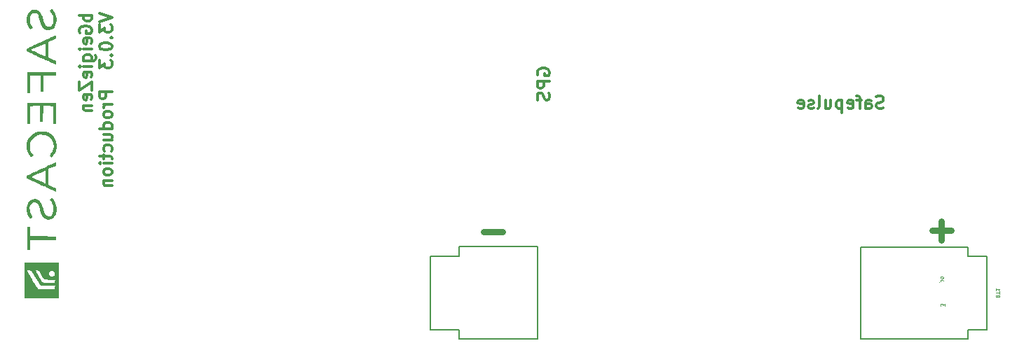
<source format=gbo>
G04 #@! TF.GenerationSoftware,KiCad,Pcbnew,8.0.0~rc2-91e15634fc~176~ubuntu22.04.1*
G04 #@! TF.CreationDate,2024-02-10T07:00:10+09:00*
G04 #@! TF.ProjectId,bGeigieZen V3.x.x production,62476569-6769-4655-9a65-6e2056332e78,V3.0.3*
G04 #@! TF.SameCoordinates,Original*
G04 #@! TF.FileFunction,Legend,Bot*
G04 #@! TF.FilePolarity,Positive*
%FSLAX46Y46*%
G04 Gerber Fmt 4.6, Leading zero omitted, Abs format (unit mm)*
G04 Created by KiCad (PCBNEW 8.0.0~rc2-91e15634fc~176~ubuntu22.04.1) date 2024-02-10 07:00:10*
%MOMM*%
%LPD*%
G01*
G04 APERTURE LIST*
%ADD10C,0.300000*%
%ADD11C,0.050000*%
%ADD12C,0.750000*%
%ADD13C,0.203200*%
%ADD14C,0.000000*%
%ADD15R,1.700000X1.700000*%
%ADD16O,1.700000X1.700000*%
%ADD17C,1.879600*%
%ADD18C,3.203200*%
%ADD19C,5.000000*%
%ADD20R,1.350000X1.350000*%
%ADD21O,1.350000X1.350000*%
%ADD22C,2.743200*%
G04 APERTURE END LIST*
D10*
X197812170Y-94788900D02*
X197597885Y-94860328D01*
X197597885Y-94860328D02*
X197240742Y-94860328D01*
X197240742Y-94860328D02*
X197097885Y-94788900D01*
X197097885Y-94788900D02*
X197026456Y-94717471D01*
X197026456Y-94717471D02*
X196955027Y-94574614D01*
X196955027Y-94574614D02*
X196955027Y-94431757D01*
X196955027Y-94431757D02*
X197026456Y-94288900D01*
X197026456Y-94288900D02*
X197097885Y-94217471D01*
X197097885Y-94217471D02*
X197240742Y-94146042D01*
X197240742Y-94146042D02*
X197526456Y-94074614D01*
X197526456Y-94074614D02*
X197669313Y-94003185D01*
X197669313Y-94003185D02*
X197740742Y-93931757D01*
X197740742Y-93931757D02*
X197812170Y-93788900D01*
X197812170Y-93788900D02*
X197812170Y-93646042D01*
X197812170Y-93646042D02*
X197740742Y-93503185D01*
X197740742Y-93503185D02*
X197669313Y-93431757D01*
X197669313Y-93431757D02*
X197526456Y-93360328D01*
X197526456Y-93360328D02*
X197169313Y-93360328D01*
X197169313Y-93360328D02*
X196955027Y-93431757D01*
X195669314Y-94860328D02*
X195669314Y-94074614D01*
X195669314Y-94074614D02*
X195740742Y-93931757D01*
X195740742Y-93931757D02*
X195883599Y-93860328D01*
X195883599Y-93860328D02*
X196169314Y-93860328D01*
X196169314Y-93860328D02*
X196312171Y-93931757D01*
X195669314Y-94788900D02*
X195812171Y-94860328D01*
X195812171Y-94860328D02*
X196169314Y-94860328D01*
X196169314Y-94860328D02*
X196312171Y-94788900D01*
X196312171Y-94788900D02*
X196383599Y-94646042D01*
X196383599Y-94646042D02*
X196383599Y-94503185D01*
X196383599Y-94503185D02*
X196312171Y-94360328D01*
X196312171Y-94360328D02*
X196169314Y-94288900D01*
X196169314Y-94288900D02*
X195812171Y-94288900D01*
X195812171Y-94288900D02*
X195669314Y-94217471D01*
X195169313Y-93860328D02*
X194597885Y-93860328D01*
X194955028Y-94860328D02*
X194955028Y-93574614D01*
X194955028Y-93574614D02*
X194883599Y-93431757D01*
X194883599Y-93431757D02*
X194740742Y-93360328D01*
X194740742Y-93360328D02*
X194597885Y-93360328D01*
X193526456Y-94788900D02*
X193669313Y-94860328D01*
X193669313Y-94860328D02*
X193955028Y-94860328D01*
X193955028Y-94860328D02*
X194097885Y-94788900D01*
X194097885Y-94788900D02*
X194169313Y-94646042D01*
X194169313Y-94646042D02*
X194169313Y-94074614D01*
X194169313Y-94074614D02*
X194097885Y-93931757D01*
X194097885Y-93931757D02*
X193955028Y-93860328D01*
X193955028Y-93860328D02*
X193669313Y-93860328D01*
X193669313Y-93860328D02*
X193526456Y-93931757D01*
X193526456Y-93931757D02*
X193455028Y-94074614D01*
X193455028Y-94074614D02*
X193455028Y-94217471D01*
X193455028Y-94217471D02*
X194169313Y-94360328D01*
X192812171Y-93860328D02*
X192812171Y-95360328D01*
X192812171Y-93931757D02*
X192669314Y-93860328D01*
X192669314Y-93860328D02*
X192383599Y-93860328D01*
X192383599Y-93860328D02*
X192240742Y-93931757D01*
X192240742Y-93931757D02*
X192169314Y-94003185D01*
X192169314Y-94003185D02*
X192097885Y-94146042D01*
X192097885Y-94146042D02*
X192097885Y-94574614D01*
X192097885Y-94574614D02*
X192169314Y-94717471D01*
X192169314Y-94717471D02*
X192240742Y-94788900D01*
X192240742Y-94788900D02*
X192383599Y-94860328D01*
X192383599Y-94860328D02*
X192669314Y-94860328D01*
X192669314Y-94860328D02*
X192812171Y-94788900D01*
X190812171Y-93860328D02*
X190812171Y-94860328D01*
X191455028Y-93860328D02*
X191455028Y-94646042D01*
X191455028Y-94646042D02*
X191383599Y-94788900D01*
X191383599Y-94788900D02*
X191240742Y-94860328D01*
X191240742Y-94860328D02*
X191026456Y-94860328D01*
X191026456Y-94860328D02*
X190883599Y-94788900D01*
X190883599Y-94788900D02*
X190812171Y-94717471D01*
X189883599Y-94860328D02*
X190026456Y-94788900D01*
X190026456Y-94788900D02*
X190097885Y-94646042D01*
X190097885Y-94646042D02*
X190097885Y-93360328D01*
X189383599Y-94788900D02*
X189240742Y-94860328D01*
X189240742Y-94860328D02*
X188955028Y-94860328D01*
X188955028Y-94860328D02*
X188812171Y-94788900D01*
X188812171Y-94788900D02*
X188740742Y-94646042D01*
X188740742Y-94646042D02*
X188740742Y-94574614D01*
X188740742Y-94574614D02*
X188812171Y-94431757D01*
X188812171Y-94431757D02*
X188955028Y-94360328D01*
X188955028Y-94360328D02*
X189169314Y-94360328D01*
X189169314Y-94360328D02*
X189312171Y-94288900D01*
X189312171Y-94288900D02*
X189383599Y-94146042D01*
X189383599Y-94146042D02*
X189383599Y-94074614D01*
X189383599Y-94074614D02*
X189312171Y-93931757D01*
X189312171Y-93931757D02*
X189169314Y-93860328D01*
X189169314Y-93860328D02*
X188955028Y-93860328D01*
X188955028Y-93860328D02*
X188812171Y-93931757D01*
X187526456Y-94788900D02*
X187669313Y-94860328D01*
X187669313Y-94860328D02*
X187955028Y-94860328D01*
X187955028Y-94860328D02*
X188097885Y-94788900D01*
X188097885Y-94788900D02*
X188169313Y-94646042D01*
X188169313Y-94646042D02*
X188169313Y-94074614D01*
X188169313Y-94074614D02*
X188097885Y-93931757D01*
X188097885Y-93931757D02*
X187955028Y-93860328D01*
X187955028Y-93860328D02*
X187669313Y-93860328D01*
X187669313Y-93860328D02*
X187526456Y-93931757D01*
X187526456Y-93931757D02*
X187455028Y-94074614D01*
X187455028Y-94074614D02*
X187455028Y-94217471D01*
X187455028Y-94217471D02*
X188169313Y-94360328D01*
X156069357Y-90824572D02*
X155997928Y-90681715D01*
X155997928Y-90681715D02*
X155997928Y-90467429D01*
X155997928Y-90467429D02*
X156069357Y-90253143D01*
X156069357Y-90253143D02*
X156212214Y-90110286D01*
X156212214Y-90110286D02*
X156355071Y-90038857D01*
X156355071Y-90038857D02*
X156640785Y-89967429D01*
X156640785Y-89967429D02*
X156855071Y-89967429D01*
X156855071Y-89967429D02*
X157140785Y-90038857D01*
X157140785Y-90038857D02*
X157283642Y-90110286D01*
X157283642Y-90110286D02*
X157426500Y-90253143D01*
X157426500Y-90253143D02*
X157497928Y-90467429D01*
X157497928Y-90467429D02*
X157497928Y-90610286D01*
X157497928Y-90610286D02*
X157426500Y-90824572D01*
X157426500Y-90824572D02*
X157355071Y-90896000D01*
X157355071Y-90896000D02*
X156855071Y-90896000D01*
X156855071Y-90896000D02*
X156855071Y-90610286D01*
X157497928Y-91538857D02*
X155997928Y-91538857D01*
X155997928Y-91538857D02*
X155997928Y-92110286D01*
X155997928Y-92110286D02*
X156069357Y-92253143D01*
X156069357Y-92253143D02*
X156140785Y-92324572D01*
X156140785Y-92324572D02*
X156283642Y-92396000D01*
X156283642Y-92396000D02*
X156497928Y-92396000D01*
X156497928Y-92396000D02*
X156640785Y-92324572D01*
X156640785Y-92324572D02*
X156712214Y-92253143D01*
X156712214Y-92253143D02*
X156783642Y-92110286D01*
X156783642Y-92110286D02*
X156783642Y-91538857D01*
X157426500Y-92967429D02*
X157497928Y-93181715D01*
X157497928Y-93181715D02*
X157497928Y-93538857D01*
X157497928Y-93538857D02*
X157426500Y-93681715D01*
X157426500Y-93681715D02*
X157355071Y-93753143D01*
X157355071Y-93753143D02*
X157212214Y-93824572D01*
X157212214Y-93824572D02*
X157069357Y-93824572D01*
X157069357Y-93824572D02*
X156926500Y-93753143D01*
X156926500Y-93753143D02*
X156855071Y-93681715D01*
X156855071Y-93681715D02*
X156783642Y-93538857D01*
X156783642Y-93538857D02*
X156712214Y-93253143D01*
X156712214Y-93253143D02*
X156640785Y-93110286D01*
X156640785Y-93110286D02*
X156569357Y-93038857D01*
X156569357Y-93038857D02*
X156426500Y-92967429D01*
X156426500Y-92967429D02*
X156283642Y-92967429D01*
X156283642Y-92967429D02*
X156140785Y-93038857D01*
X156140785Y-93038857D02*
X156069357Y-93110286D01*
X156069357Y-93110286D02*
X155997928Y-93253143D01*
X155997928Y-93253143D02*
X155997928Y-93610286D01*
X155997928Y-93610286D02*
X156069357Y-93824572D01*
X102188470Y-83560510D02*
X100688470Y-83560510D01*
X101259899Y-83560510D02*
X101188470Y-83703368D01*
X101188470Y-83703368D02*
X101188470Y-83989082D01*
X101188470Y-83989082D02*
X101259899Y-84131939D01*
X101259899Y-84131939D02*
X101331327Y-84203368D01*
X101331327Y-84203368D02*
X101474184Y-84274796D01*
X101474184Y-84274796D02*
X101902756Y-84274796D01*
X101902756Y-84274796D02*
X102045613Y-84203368D01*
X102045613Y-84203368D02*
X102117042Y-84131939D01*
X102117042Y-84131939D02*
X102188470Y-83989082D01*
X102188470Y-83989082D02*
X102188470Y-83703368D01*
X102188470Y-83703368D02*
X102117042Y-83560510D01*
X100759899Y-85703368D02*
X100688470Y-85560511D01*
X100688470Y-85560511D02*
X100688470Y-85346225D01*
X100688470Y-85346225D02*
X100759899Y-85131939D01*
X100759899Y-85131939D02*
X100902756Y-84989082D01*
X100902756Y-84989082D02*
X101045613Y-84917653D01*
X101045613Y-84917653D02*
X101331327Y-84846225D01*
X101331327Y-84846225D02*
X101545613Y-84846225D01*
X101545613Y-84846225D02*
X101831327Y-84917653D01*
X101831327Y-84917653D02*
X101974184Y-84989082D01*
X101974184Y-84989082D02*
X102117042Y-85131939D01*
X102117042Y-85131939D02*
X102188470Y-85346225D01*
X102188470Y-85346225D02*
X102188470Y-85489082D01*
X102188470Y-85489082D02*
X102117042Y-85703368D01*
X102117042Y-85703368D02*
X102045613Y-85774796D01*
X102045613Y-85774796D02*
X101545613Y-85774796D01*
X101545613Y-85774796D02*
X101545613Y-85489082D01*
X102117042Y-86989082D02*
X102188470Y-86846225D01*
X102188470Y-86846225D02*
X102188470Y-86560511D01*
X102188470Y-86560511D02*
X102117042Y-86417653D01*
X102117042Y-86417653D02*
X101974184Y-86346225D01*
X101974184Y-86346225D02*
X101402756Y-86346225D01*
X101402756Y-86346225D02*
X101259899Y-86417653D01*
X101259899Y-86417653D02*
X101188470Y-86560511D01*
X101188470Y-86560511D02*
X101188470Y-86846225D01*
X101188470Y-86846225D02*
X101259899Y-86989082D01*
X101259899Y-86989082D02*
X101402756Y-87060511D01*
X101402756Y-87060511D02*
X101545613Y-87060511D01*
X101545613Y-87060511D02*
X101688470Y-86346225D01*
X102188470Y-87703367D02*
X101188470Y-87703367D01*
X100688470Y-87703367D02*
X100759899Y-87631939D01*
X100759899Y-87631939D02*
X100831327Y-87703367D01*
X100831327Y-87703367D02*
X100759899Y-87774796D01*
X100759899Y-87774796D02*
X100688470Y-87703367D01*
X100688470Y-87703367D02*
X100831327Y-87703367D01*
X101188470Y-89060511D02*
X102402756Y-89060511D01*
X102402756Y-89060511D02*
X102545613Y-88989082D01*
X102545613Y-88989082D02*
X102617042Y-88917653D01*
X102617042Y-88917653D02*
X102688470Y-88774796D01*
X102688470Y-88774796D02*
X102688470Y-88560511D01*
X102688470Y-88560511D02*
X102617042Y-88417653D01*
X102117042Y-89060511D02*
X102188470Y-88917653D01*
X102188470Y-88917653D02*
X102188470Y-88631939D01*
X102188470Y-88631939D02*
X102117042Y-88489082D01*
X102117042Y-88489082D02*
X102045613Y-88417653D01*
X102045613Y-88417653D02*
X101902756Y-88346225D01*
X101902756Y-88346225D02*
X101474184Y-88346225D01*
X101474184Y-88346225D02*
X101331327Y-88417653D01*
X101331327Y-88417653D02*
X101259899Y-88489082D01*
X101259899Y-88489082D02*
X101188470Y-88631939D01*
X101188470Y-88631939D02*
X101188470Y-88917653D01*
X101188470Y-88917653D02*
X101259899Y-89060511D01*
X102188470Y-89774796D02*
X101188470Y-89774796D01*
X100688470Y-89774796D02*
X100759899Y-89703368D01*
X100759899Y-89703368D02*
X100831327Y-89774796D01*
X100831327Y-89774796D02*
X100759899Y-89846225D01*
X100759899Y-89846225D02*
X100688470Y-89774796D01*
X100688470Y-89774796D02*
X100831327Y-89774796D01*
X102117042Y-91060511D02*
X102188470Y-90917654D01*
X102188470Y-90917654D02*
X102188470Y-90631940D01*
X102188470Y-90631940D02*
X102117042Y-90489082D01*
X102117042Y-90489082D02*
X101974184Y-90417654D01*
X101974184Y-90417654D02*
X101402756Y-90417654D01*
X101402756Y-90417654D02*
X101259899Y-90489082D01*
X101259899Y-90489082D02*
X101188470Y-90631940D01*
X101188470Y-90631940D02*
X101188470Y-90917654D01*
X101188470Y-90917654D02*
X101259899Y-91060511D01*
X101259899Y-91060511D02*
X101402756Y-91131940D01*
X101402756Y-91131940D02*
X101545613Y-91131940D01*
X101545613Y-91131940D02*
X101688470Y-90417654D01*
X100688470Y-91631939D02*
X100688470Y-92631939D01*
X100688470Y-92631939D02*
X102188470Y-91631939D01*
X102188470Y-91631939D02*
X102188470Y-92631939D01*
X102117042Y-93774796D02*
X102188470Y-93631939D01*
X102188470Y-93631939D02*
X102188470Y-93346225D01*
X102188470Y-93346225D02*
X102117042Y-93203367D01*
X102117042Y-93203367D02*
X101974184Y-93131939D01*
X101974184Y-93131939D02*
X101402756Y-93131939D01*
X101402756Y-93131939D02*
X101259899Y-93203367D01*
X101259899Y-93203367D02*
X101188470Y-93346225D01*
X101188470Y-93346225D02*
X101188470Y-93631939D01*
X101188470Y-93631939D02*
X101259899Y-93774796D01*
X101259899Y-93774796D02*
X101402756Y-93846225D01*
X101402756Y-93846225D02*
X101545613Y-93846225D01*
X101545613Y-93846225D02*
X101688470Y-93131939D01*
X101188470Y-94489081D02*
X102188470Y-94489081D01*
X101331327Y-94489081D02*
X101259899Y-94560510D01*
X101259899Y-94560510D02*
X101188470Y-94703367D01*
X101188470Y-94703367D02*
X101188470Y-94917653D01*
X101188470Y-94917653D02*
X101259899Y-95060510D01*
X101259899Y-95060510D02*
X101402756Y-95131939D01*
X101402756Y-95131939D02*
X102188470Y-95131939D01*
X103103386Y-83346225D02*
X104603386Y-83846225D01*
X104603386Y-83846225D02*
X103103386Y-84346225D01*
X103103386Y-84703367D02*
X103103386Y-85631939D01*
X103103386Y-85631939D02*
X103674815Y-85131939D01*
X103674815Y-85131939D02*
X103674815Y-85346224D01*
X103674815Y-85346224D02*
X103746243Y-85489082D01*
X103746243Y-85489082D02*
X103817672Y-85560510D01*
X103817672Y-85560510D02*
X103960529Y-85631939D01*
X103960529Y-85631939D02*
X104317672Y-85631939D01*
X104317672Y-85631939D02*
X104460529Y-85560510D01*
X104460529Y-85560510D02*
X104531958Y-85489082D01*
X104531958Y-85489082D02*
X104603386Y-85346224D01*
X104603386Y-85346224D02*
X104603386Y-84917653D01*
X104603386Y-84917653D02*
X104531958Y-84774796D01*
X104531958Y-84774796D02*
X104460529Y-84703367D01*
X104460529Y-86274795D02*
X104531958Y-86346224D01*
X104531958Y-86346224D02*
X104603386Y-86274795D01*
X104603386Y-86274795D02*
X104531958Y-86203367D01*
X104531958Y-86203367D02*
X104460529Y-86274795D01*
X104460529Y-86274795D02*
X104603386Y-86274795D01*
X103103386Y-87274796D02*
X103103386Y-87417653D01*
X103103386Y-87417653D02*
X103174815Y-87560510D01*
X103174815Y-87560510D02*
X103246243Y-87631939D01*
X103246243Y-87631939D02*
X103389100Y-87703367D01*
X103389100Y-87703367D02*
X103674815Y-87774796D01*
X103674815Y-87774796D02*
X104031958Y-87774796D01*
X104031958Y-87774796D02*
X104317672Y-87703367D01*
X104317672Y-87703367D02*
X104460529Y-87631939D01*
X104460529Y-87631939D02*
X104531958Y-87560510D01*
X104531958Y-87560510D02*
X104603386Y-87417653D01*
X104603386Y-87417653D02*
X104603386Y-87274796D01*
X104603386Y-87274796D02*
X104531958Y-87131939D01*
X104531958Y-87131939D02*
X104460529Y-87060510D01*
X104460529Y-87060510D02*
X104317672Y-86989081D01*
X104317672Y-86989081D02*
X104031958Y-86917653D01*
X104031958Y-86917653D02*
X103674815Y-86917653D01*
X103674815Y-86917653D02*
X103389100Y-86989081D01*
X103389100Y-86989081D02*
X103246243Y-87060510D01*
X103246243Y-87060510D02*
X103174815Y-87131939D01*
X103174815Y-87131939D02*
X103103386Y-87274796D01*
X104460529Y-88417652D02*
X104531958Y-88489081D01*
X104531958Y-88489081D02*
X104603386Y-88417652D01*
X104603386Y-88417652D02*
X104531958Y-88346224D01*
X104531958Y-88346224D02*
X104460529Y-88417652D01*
X104460529Y-88417652D02*
X104603386Y-88417652D01*
X103103386Y-88989081D02*
X103103386Y-89917653D01*
X103103386Y-89917653D02*
X103674815Y-89417653D01*
X103674815Y-89417653D02*
X103674815Y-89631938D01*
X103674815Y-89631938D02*
X103746243Y-89774796D01*
X103746243Y-89774796D02*
X103817672Y-89846224D01*
X103817672Y-89846224D02*
X103960529Y-89917653D01*
X103960529Y-89917653D02*
X104317672Y-89917653D01*
X104317672Y-89917653D02*
X104460529Y-89846224D01*
X104460529Y-89846224D02*
X104531958Y-89774796D01*
X104531958Y-89774796D02*
X104603386Y-89631938D01*
X104603386Y-89631938D02*
X104603386Y-89203367D01*
X104603386Y-89203367D02*
X104531958Y-89060510D01*
X104531958Y-89060510D02*
X104460529Y-88989081D01*
X104603386Y-92846223D02*
X103103386Y-92846223D01*
X103103386Y-92846223D02*
X103103386Y-93417652D01*
X103103386Y-93417652D02*
X103174815Y-93560509D01*
X103174815Y-93560509D02*
X103246243Y-93631938D01*
X103246243Y-93631938D02*
X103389100Y-93703366D01*
X103389100Y-93703366D02*
X103603386Y-93703366D01*
X103603386Y-93703366D02*
X103746243Y-93631938D01*
X103746243Y-93631938D02*
X103817672Y-93560509D01*
X103817672Y-93560509D02*
X103889100Y-93417652D01*
X103889100Y-93417652D02*
X103889100Y-92846223D01*
X104603386Y-94346223D02*
X103603386Y-94346223D01*
X103889100Y-94346223D02*
X103746243Y-94417652D01*
X103746243Y-94417652D02*
X103674815Y-94489081D01*
X103674815Y-94489081D02*
X103603386Y-94631938D01*
X103603386Y-94631938D02*
X103603386Y-94774795D01*
X104603386Y-95489080D02*
X104531958Y-95346223D01*
X104531958Y-95346223D02*
X104460529Y-95274794D01*
X104460529Y-95274794D02*
X104317672Y-95203366D01*
X104317672Y-95203366D02*
X103889100Y-95203366D01*
X103889100Y-95203366D02*
X103746243Y-95274794D01*
X103746243Y-95274794D02*
X103674815Y-95346223D01*
X103674815Y-95346223D02*
X103603386Y-95489080D01*
X103603386Y-95489080D02*
X103603386Y-95703366D01*
X103603386Y-95703366D02*
X103674815Y-95846223D01*
X103674815Y-95846223D02*
X103746243Y-95917652D01*
X103746243Y-95917652D02*
X103889100Y-95989080D01*
X103889100Y-95989080D02*
X104317672Y-95989080D01*
X104317672Y-95989080D02*
X104460529Y-95917652D01*
X104460529Y-95917652D02*
X104531958Y-95846223D01*
X104531958Y-95846223D02*
X104603386Y-95703366D01*
X104603386Y-95703366D02*
X104603386Y-95489080D01*
X104603386Y-97274795D02*
X103103386Y-97274795D01*
X104531958Y-97274795D02*
X104603386Y-97131937D01*
X104603386Y-97131937D02*
X104603386Y-96846223D01*
X104603386Y-96846223D02*
X104531958Y-96703366D01*
X104531958Y-96703366D02*
X104460529Y-96631937D01*
X104460529Y-96631937D02*
X104317672Y-96560509D01*
X104317672Y-96560509D02*
X103889100Y-96560509D01*
X103889100Y-96560509D02*
X103746243Y-96631937D01*
X103746243Y-96631937D02*
X103674815Y-96703366D01*
X103674815Y-96703366D02*
X103603386Y-96846223D01*
X103603386Y-96846223D02*
X103603386Y-97131937D01*
X103603386Y-97131937D02*
X103674815Y-97274795D01*
X103603386Y-98631938D02*
X104603386Y-98631938D01*
X103603386Y-97989080D02*
X104389100Y-97989080D01*
X104389100Y-97989080D02*
X104531958Y-98060509D01*
X104531958Y-98060509D02*
X104603386Y-98203366D01*
X104603386Y-98203366D02*
X104603386Y-98417652D01*
X104603386Y-98417652D02*
X104531958Y-98560509D01*
X104531958Y-98560509D02*
X104460529Y-98631938D01*
X104531958Y-99989081D02*
X104603386Y-99846223D01*
X104603386Y-99846223D02*
X104603386Y-99560509D01*
X104603386Y-99560509D02*
X104531958Y-99417652D01*
X104531958Y-99417652D02*
X104460529Y-99346223D01*
X104460529Y-99346223D02*
X104317672Y-99274795D01*
X104317672Y-99274795D02*
X103889100Y-99274795D01*
X103889100Y-99274795D02*
X103746243Y-99346223D01*
X103746243Y-99346223D02*
X103674815Y-99417652D01*
X103674815Y-99417652D02*
X103603386Y-99560509D01*
X103603386Y-99560509D02*
X103603386Y-99846223D01*
X103603386Y-99846223D02*
X103674815Y-99989081D01*
X103603386Y-100417652D02*
X103603386Y-100989080D01*
X103103386Y-100631937D02*
X104389100Y-100631937D01*
X104389100Y-100631937D02*
X104531958Y-100703366D01*
X104531958Y-100703366D02*
X104603386Y-100846223D01*
X104603386Y-100846223D02*
X104603386Y-100989080D01*
X104603386Y-101489080D02*
X103603386Y-101489080D01*
X103103386Y-101489080D02*
X103174815Y-101417652D01*
X103174815Y-101417652D02*
X103246243Y-101489080D01*
X103246243Y-101489080D02*
X103174815Y-101560509D01*
X103174815Y-101560509D02*
X103103386Y-101489080D01*
X103103386Y-101489080D02*
X103246243Y-101489080D01*
X104603386Y-102417652D02*
X104531958Y-102274795D01*
X104531958Y-102274795D02*
X104460529Y-102203366D01*
X104460529Y-102203366D02*
X104317672Y-102131938D01*
X104317672Y-102131938D02*
X103889100Y-102131938D01*
X103889100Y-102131938D02*
X103746243Y-102203366D01*
X103746243Y-102203366D02*
X103674815Y-102274795D01*
X103674815Y-102274795D02*
X103603386Y-102417652D01*
X103603386Y-102417652D02*
X103603386Y-102631938D01*
X103603386Y-102631938D02*
X103674815Y-102774795D01*
X103674815Y-102774795D02*
X103746243Y-102846224D01*
X103746243Y-102846224D02*
X103889100Y-102917652D01*
X103889100Y-102917652D02*
X104317672Y-102917652D01*
X104317672Y-102917652D02*
X104460529Y-102846224D01*
X104460529Y-102846224D02*
X104531958Y-102774795D01*
X104531958Y-102774795D02*
X104603386Y-102631938D01*
X104603386Y-102631938D02*
X104603386Y-102417652D01*
X103603386Y-103560509D02*
X104603386Y-103560509D01*
X103746243Y-103560509D02*
X103674815Y-103631938D01*
X103674815Y-103631938D02*
X103603386Y-103774795D01*
X103603386Y-103774795D02*
X103603386Y-103989081D01*
X103603386Y-103989081D02*
X103674815Y-104131938D01*
X103674815Y-104131938D02*
X103817672Y-104203367D01*
X103817672Y-104203367D02*
X104603386Y-104203367D01*
D11*
X211619571Y-117517142D02*
X211596714Y-117448570D01*
X211596714Y-117448570D02*
X211573857Y-117425713D01*
X211573857Y-117425713D02*
X211528142Y-117402856D01*
X211528142Y-117402856D02*
X211459571Y-117402856D01*
X211459571Y-117402856D02*
X211413857Y-117425713D01*
X211413857Y-117425713D02*
X211391000Y-117448570D01*
X211391000Y-117448570D02*
X211368142Y-117494285D01*
X211368142Y-117494285D02*
X211368142Y-117677142D01*
X211368142Y-117677142D02*
X211848142Y-117677142D01*
X211848142Y-117677142D02*
X211848142Y-117517142D01*
X211848142Y-117517142D02*
X211825285Y-117471428D01*
X211825285Y-117471428D02*
X211802428Y-117448570D01*
X211802428Y-117448570D02*
X211756714Y-117425713D01*
X211756714Y-117425713D02*
X211711000Y-117425713D01*
X211711000Y-117425713D02*
X211665285Y-117448570D01*
X211665285Y-117448570D02*
X211642428Y-117471428D01*
X211642428Y-117471428D02*
X211619571Y-117517142D01*
X211619571Y-117517142D02*
X211619571Y-117677142D01*
X211848142Y-117265713D02*
X211848142Y-116991428D01*
X211368142Y-117128570D02*
X211848142Y-117128570D01*
X211368142Y-116579999D02*
X211368142Y-116854285D01*
X211368142Y-116717142D02*
X211848142Y-116717142D01*
X211848142Y-116717142D02*
X211779571Y-116762856D01*
X211779571Y-116762856D02*
X211733857Y-116808571D01*
X211733857Y-116808571D02*
X211711000Y-116854285D01*
X205193342Y-118774285D02*
X205193342Y-118477142D01*
X205193342Y-118477142D02*
X205010485Y-118637142D01*
X205010485Y-118637142D02*
X205010485Y-118568571D01*
X205010485Y-118568571D02*
X204987628Y-118522857D01*
X204987628Y-118522857D02*
X204964771Y-118499999D01*
X204964771Y-118499999D02*
X204919057Y-118477142D01*
X204919057Y-118477142D02*
X204804771Y-118477142D01*
X204804771Y-118477142D02*
X204759057Y-118499999D01*
X204759057Y-118499999D02*
X204736200Y-118522857D01*
X204736200Y-118522857D02*
X204713342Y-118568571D01*
X204713342Y-118568571D02*
X204713342Y-118705714D01*
X204713342Y-118705714D02*
X204736200Y-118751428D01*
X204736200Y-118751428D02*
X204759057Y-118774285D01*
X204759057Y-118271428D02*
X204736200Y-118248571D01*
X204736200Y-118248571D02*
X204713342Y-118271428D01*
X204713342Y-118271428D02*
X204736200Y-118294285D01*
X204736200Y-118294285D02*
X204759057Y-118271428D01*
X204759057Y-118271428D02*
X204713342Y-118271428D01*
X205193342Y-118088571D02*
X205193342Y-117768571D01*
X205193342Y-117768571D02*
X204713342Y-117974285D01*
X205193342Y-117288571D02*
X204713342Y-117128571D01*
X204713342Y-117128571D02*
X205193342Y-116968571D01*
X204713342Y-116214285D02*
X204713342Y-116442857D01*
X204713342Y-116442857D02*
X205193342Y-116442857D01*
X204713342Y-116054286D02*
X205033342Y-116054286D01*
X205193342Y-116054286D02*
X205170485Y-116077143D01*
X205170485Y-116077143D02*
X205147628Y-116054286D01*
X205147628Y-116054286D02*
X205170485Y-116031429D01*
X205170485Y-116031429D02*
X205193342Y-116054286D01*
X205193342Y-116054286D02*
X205147628Y-116054286D01*
X205033342Y-115825715D02*
X204553342Y-115825715D01*
X205010485Y-115825715D02*
X205033342Y-115780001D01*
X205033342Y-115780001D02*
X205033342Y-115688572D01*
X205033342Y-115688572D02*
X205010485Y-115642858D01*
X205010485Y-115642858D02*
X204987628Y-115620001D01*
X204987628Y-115620001D02*
X204941914Y-115597143D01*
X204941914Y-115597143D02*
X204804771Y-115597143D01*
X204804771Y-115597143D02*
X204759057Y-115620001D01*
X204759057Y-115620001D02*
X204736200Y-115642858D01*
X204736200Y-115642858D02*
X204713342Y-115688572D01*
X204713342Y-115688572D02*
X204713342Y-115780001D01*
X204713342Y-115780001D02*
X204736200Y-115825715D01*
X204713342Y-115322857D02*
X204736200Y-115368572D01*
X204736200Y-115368572D02*
X204759057Y-115391429D01*
X204759057Y-115391429D02*
X204804771Y-115414286D01*
X204804771Y-115414286D02*
X204941914Y-115414286D01*
X204941914Y-115414286D02*
X204987628Y-115391429D01*
X204987628Y-115391429D02*
X205010485Y-115368572D01*
X205010485Y-115368572D02*
X205033342Y-115322857D01*
X205033342Y-115322857D02*
X205033342Y-115254286D01*
X205033342Y-115254286D02*
X205010485Y-115208572D01*
X205010485Y-115208572D02*
X204987628Y-115185715D01*
X204987628Y-115185715D02*
X204941914Y-115162857D01*
X204941914Y-115162857D02*
X204804771Y-115162857D01*
X204804771Y-115162857D02*
X204759057Y-115185715D01*
X204759057Y-115185715D02*
X204736200Y-115208572D01*
X204736200Y-115208572D02*
X204713342Y-115254286D01*
X204713342Y-115254286D02*
X204713342Y-115322857D01*
D12*
X205968457Y-109628000D02*
X203682743Y-109628000D01*
X204825600Y-110770857D02*
X204825600Y-108485142D01*
X151770457Y-109726000D02*
X149484743Y-109726000D01*
D13*
X143052800Y-112685000D02*
X143052800Y-121575000D01*
X143052800Y-121575000D02*
X146532600Y-121575000D01*
X146532600Y-111567400D02*
X146532600Y-112685000D01*
X146532600Y-112685000D02*
X143052800Y-112685000D01*
X146532600Y-121575000D02*
X146532600Y-122692600D01*
X146532600Y-122692600D02*
X156067600Y-122692600D01*
X156067600Y-111567400D02*
X146532600Y-111567400D01*
X156067600Y-122692600D02*
X156067600Y-111567400D01*
X195077600Y-111587400D02*
X195077600Y-122712600D01*
X195077600Y-122712600D02*
X208062600Y-122712600D01*
X208062600Y-111587400D02*
X195077600Y-111587400D01*
X208062600Y-112705000D02*
X208062600Y-111587400D01*
X208062600Y-121595000D02*
X210317600Y-121585000D01*
X208062600Y-122712600D02*
X208062600Y-121595000D01*
X210317600Y-112695000D02*
X208062600Y-112705000D01*
X210317600Y-121585000D02*
X210317600Y-112695000D01*
D14*
G36*
X97905136Y-90882389D02*
G01*
X96352471Y-90882389D01*
X96352471Y-92793360D01*
X95994164Y-92793360D01*
X95994164Y-90882389D01*
X94759995Y-90882389D01*
X94759995Y-92992420D01*
X94361876Y-92992420D01*
X94361876Y-90484269D01*
X97905136Y-90484269D01*
X97905136Y-90882389D01*
G37*
G36*
X97905136Y-96734740D02*
G01*
X97548108Y-96734740D01*
X97537516Y-95649865D01*
X97526923Y-94564990D01*
X96920501Y-94554004D01*
X96314080Y-94543018D01*
X96292754Y-96475962D01*
X95934446Y-96475962D01*
X95913120Y-94542964D01*
X95326604Y-94553977D01*
X94740089Y-94564990D01*
X94729486Y-95629959D01*
X94718882Y-96694928D01*
X94361876Y-96694928D01*
X94361876Y-94146965D01*
X97905136Y-94146965D01*
X97905136Y-96734740D01*
G37*
G36*
X94759995Y-110310602D02*
G01*
X96306024Y-110310602D01*
X96385613Y-110310637D01*
X96724016Y-110311589D01*
X97035296Y-110313732D01*
X97310702Y-110316918D01*
X97541485Y-110321000D01*
X97718895Y-110325830D01*
X97834182Y-110331260D01*
X97878595Y-110337143D01*
X97887156Y-110356037D01*
X97900057Y-110438170D01*
X97905136Y-110556109D01*
X97905136Y-110748533D01*
X94762124Y-110748533D01*
X94751106Y-111335759D01*
X94740089Y-111922984D01*
X94381782Y-111922984D01*
X94360844Y-109156056D01*
X94759995Y-109156056D01*
X94759995Y-110310602D01*
G37*
G36*
X96570839Y-97659303D02*
G01*
X96923564Y-97768961D01*
X97234550Y-97943116D01*
X97499424Y-98178947D01*
X97713810Y-98473631D01*
X97873336Y-98824345D01*
X97906522Y-98948699D01*
X97938007Y-99190904D01*
X97942596Y-99458784D01*
X97920344Y-99721984D01*
X97871306Y-99950152D01*
X97851825Y-100007014D01*
X97767274Y-100198047D01*
X97657333Y-100394924D01*
X97538274Y-100570329D01*
X97426371Y-100696950D01*
X97391672Y-100726937D01*
X97347389Y-100745888D01*
X97298056Y-100720600D01*
X97218372Y-100644720D01*
X97092142Y-100518491D01*
X97180178Y-100408198D01*
X97213459Y-100365567D01*
X97414194Y-100049553D01*
X97536006Y-99731557D01*
X97578730Y-99412680D01*
X97542198Y-99094024D01*
X97426245Y-98776687D01*
X97350653Y-98644348D01*
X97155078Y-98412776D01*
X96912203Y-98232877D01*
X96633379Y-98107761D01*
X96329958Y-98040542D01*
X96013291Y-98034329D01*
X95694732Y-98092234D01*
X95385630Y-98217370D01*
X95372906Y-98224200D01*
X95137863Y-98383078D01*
X94953825Y-98583250D01*
X94803832Y-98842954D01*
X94757854Y-98950087D01*
X94722219Y-99073106D01*
X94705301Y-99213466D01*
X94701428Y-99402138D01*
X94704693Y-99512050D01*
X94752548Y-99816967D01*
X94862094Y-100084924D01*
X95039290Y-100332332D01*
X95171192Y-100482560D01*
X95027724Y-100626028D01*
X94990347Y-100662673D01*
X94919350Y-100719737D01*
X94859860Y-100732589D01*
X94798443Y-100695406D01*
X94721664Y-100602366D01*
X94616087Y-100447648D01*
X94588685Y-100405491D01*
X94457597Y-100163981D01*
X94374789Y-99918408D01*
X94334390Y-99645633D01*
X94330525Y-99322514D01*
X94337949Y-99153400D01*
X94351773Y-99000458D01*
X94376185Y-98879215D01*
X94416793Y-98763439D01*
X94479204Y-98626901D01*
X94525105Y-98538065D01*
X94737983Y-98232890D01*
X95010097Y-97980205D01*
X95338728Y-97782679D01*
X95356632Y-97774213D01*
X95519201Y-97703291D01*
X95659003Y-97659480D01*
X95810157Y-97634468D01*
X96006785Y-97619942D01*
X96180751Y-97616967D01*
X96570839Y-97659303D01*
G37*
G36*
X97887067Y-86003981D02*
G01*
X97898109Y-86075013D01*
X97897404Y-86189530D01*
X97885230Y-86401653D01*
X96969556Y-86814113D01*
X96958909Y-87767149D01*
X96948263Y-88720186D01*
X97426699Y-88929666D01*
X97905136Y-89139146D01*
X97905136Y-89358130D01*
X97901425Y-89471942D01*
X97885694Y-89545114D01*
X97855371Y-89557000D01*
X97846072Y-89553178D01*
X97757345Y-89514807D01*
X97611005Y-89449831D01*
X97415730Y-89362212D01*
X97180195Y-89255915D01*
X96913078Y-89134901D01*
X96623054Y-89003134D01*
X96318801Y-88864577D01*
X96008995Y-88723192D01*
X95702313Y-88582944D01*
X95407430Y-88447794D01*
X95133025Y-88321706D01*
X94887773Y-88208643D01*
X94680351Y-88112568D01*
X94519435Y-88037443D01*
X94413702Y-87987233D01*
X94371829Y-87965899D01*
X94362835Y-87956866D01*
X94332250Y-87877226D01*
X94324205Y-87773510D01*
X94821474Y-87773510D01*
X95019653Y-87861100D01*
X95091886Y-87893126D01*
X95238405Y-87958295D01*
X95428394Y-88042937D01*
X95645273Y-88139664D01*
X95872458Y-88241087D01*
X96065569Y-88326712D01*
X96255143Y-88409386D01*
X96408739Y-88474868D01*
X96514162Y-88517966D01*
X96559214Y-88533486D01*
X96560492Y-88532876D01*
X96570261Y-88486036D01*
X96578732Y-88373162D01*
X96585404Y-88206338D01*
X96589775Y-87997651D01*
X96591343Y-87759185D01*
X96591343Y-86984884D01*
X96461954Y-87039606D01*
X96452357Y-87043704D01*
X96364323Y-87082250D01*
X96219549Y-87146437D01*
X96031258Y-87230372D01*
X95812674Y-87328163D01*
X95577020Y-87433919D01*
X94821474Y-87773510D01*
X94324205Y-87773510D01*
X94323554Y-87765114D01*
X94336747Y-87656874D01*
X94371829Y-87588847D01*
X94379783Y-87584382D01*
X94447144Y-87551668D01*
X94575054Y-87491604D01*
X94754853Y-87408141D01*
X94977881Y-87305229D01*
X95235477Y-87186819D01*
X95518979Y-87056862D01*
X95819728Y-86919310D01*
X96129062Y-86778112D01*
X96438322Y-86637221D01*
X96591343Y-86567649D01*
X96738845Y-86500586D01*
X97021973Y-86372159D01*
X97279043Y-86255890D01*
X97501395Y-86155731D01*
X97680368Y-86075632D01*
X97807303Y-86019544D01*
X97873537Y-85991418D01*
X97887067Y-86003981D01*
G37*
G36*
X97497795Y-82908549D02*
G01*
X97549786Y-82971814D01*
X97687690Y-83186835D01*
X97805976Y-83437144D01*
X97888423Y-83690282D01*
X97929571Y-83906297D01*
X97947816Y-84232655D01*
X97912326Y-84533960D01*
X97827044Y-84802103D01*
X97695914Y-85028970D01*
X97522876Y-85206449D01*
X97311873Y-85326430D01*
X97066849Y-85380798D01*
X96914408Y-85387125D01*
X96710737Y-85370911D01*
X96549143Y-85317360D01*
X96409816Y-85221673D01*
X96317520Y-85130923D01*
X96210610Y-84988475D01*
X96118601Y-84810756D01*
X96034242Y-84583081D01*
X95950284Y-84290762D01*
X95875795Y-84020820D01*
X95794280Y-83771912D01*
X95713300Y-83586656D01*
X95627225Y-83456858D01*
X95530426Y-83374325D01*
X95417272Y-83330861D01*
X95282134Y-83318274D01*
X95070415Y-83348818D01*
X94906967Y-83440841D01*
X94791525Y-83595210D01*
X94723441Y-83812793D01*
X94702067Y-84094458D01*
X94708705Y-84243146D01*
X94751367Y-84479578D01*
X94840983Y-84710084D01*
X94986223Y-84961111D01*
X95008216Y-84995345D01*
X95034886Y-85055499D01*
X95014170Y-85102762D01*
X94938868Y-85168692D01*
X94919262Y-85184202D01*
X94830897Y-85242959D01*
X94769071Y-85267477D01*
X94763548Y-85266984D01*
X94707436Y-85225703D01*
X94633450Y-85130501D01*
X94552457Y-84998824D01*
X94475326Y-84848114D01*
X94412923Y-84695817D01*
X94393062Y-84630864D01*
X94352660Y-84409911D01*
X94336978Y-84159695D01*
X94345558Y-83906596D01*
X94377945Y-83676997D01*
X94433681Y-83497279D01*
X94448060Y-83466939D01*
X94603600Y-83221789D01*
X94797047Y-83046638D01*
X95028350Y-82941520D01*
X95297456Y-82906473D01*
X95303780Y-82906486D01*
X95521892Y-82926570D01*
X95707717Y-82989030D01*
X95866408Y-83100072D01*
X96003112Y-83265901D01*
X96122980Y-83492724D01*
X96231161Y-83786747D01*
X96332807Y-84154175D01*
X96353362Y-84235534D01*
X96421507Y-84469972D01*
X96490552Y-84644275D01*
X96567215Y-84773256D01*
X96658214Y-84871730D01*
X96691299Y-84898437D01*
X96857665Y-84977768D01*
X97035877Y-84988611D01*
X97210486Y-84935076D01*
X97366047Y-84821269D01*
X97487111Y-84651299D01*
X97506432Y-84609650D01*
X97542304Y-84494963D01*
X97560313Y-84351507D01*
X97564361Y-84154175D01*
X97552299Y-83946673D01*
X97497371Y-83689206D01*
X97390324Y-83440689D01*
X97222673Y-83176854D01*
X97094125Y-82997855D01*
X97367675Y-82762699D01*
X97497795Y-82908549D01*
G37*
G36*
X97394832Y-105689298D02*
G01*
X97447485Y-105732643D01*
X97494058Y-105782238D01*
X97603336Y-105934254D01*
X97712384Y-106125869D01*
X97807375Y-106331419D01*
X97874483Y-106525238D01*
X97881112Y-106550988D01*
X97917860Y-106770381D01*
X97932072Y-107017155D01*
X97924403Y-107265191D01*
X97895506Y-107488372D01*
X97846035Y-107660580D01*
X97815875Y-107725640D01*
X97658355Y-107963728D01*
X97456569Y-108137530D01*
X97214941Y-108244025D01*
X96937897Y-108280194D01*
X96913352Y-108279993D01*
X96674591Y-108249773D01*
X96479223Y-108162761D01*
X96308977Y-108011140D01*
X96253558Y-107942710D01*
X96165314Y-107802724D01*
X96086560Y-107628463D01*
X96011003Y-107404994D01*
X95932352Y-107117388D01*
X95890434Y-106958387D01*
X95809120Y-106694824D01*
X95726226Y-106497954D01*
X95635488Y-106359406D01*
X95530647Y-106270808D01*
X95405439Y-106223788D01*
X95253602Y-106209975D01*
X95201223Y-106210535D01*
X95084858Y-106222950D01*
X94999500Y-106262230D01*
X94909093Y-106342214D01*
X94833881Y-106431596D01*
X94729724Y-106642098D01*
X94684383Y-106887298D01*
X94697925Y-107154531D01*
X94770417Y-107431131D01*
X94901925Y-107704433D01*
X94969599Y-107820182D01*
X95019459Y-107912158D01*
X95038406Y-107956569D01*
X95034054Y-107965651D01*
X94985077Y-108012396D01*
X94899234Y-108076197D01*
X94898528Y-108076678D01*
X94810114Y-108128031D01*
X94741008Y-108137716D01*
X94678741Y-108097768D01*
X94610842Y-108000226D01*
X94524841Y-107837125D01*
X94416242Y-107574784D01*
X94339523Y-107222980D01*
X94332772Y-106844073D01*
X94363570Y-106625828D01*
X94454469Y-106353661D01*
X94594324Y-106126938D01*
X94775665Y-105952324D01*
X94991024Y-105836484D01*
X95232931Y-105786086D01*
X95493918Y-105807794D01*
X95623265Y-105846878D01*
X95807466Y-105949764D01*
X95964279Y-106106995D01*
X96098067Y-106324736D01*
X96213194Y-106609150D01*
X96314023Y-106966401D01*
X96328388Y-107025266D01*
X96406449Y-107308595D01*
X96485727Y-107523080D01*
X96572392Y-107677664D01*
X96672612Y-107781290D01*
X96792557Y-107842900D01*
X96938398Y-107871436D01*
X97036266Y-107876200D01*
X97153969Y-107856696D01*
X97268145Y-107795521D01*
X97385175Y-107696592D01*
X97489236Y-107538100D01*
X97548159Y-107331783D01*
X97566735Y-107065931D01*
X97556833Y-106848218D01*
X97519023Y-106639103D01*
X97445582Y-106437832D01*
X97328849Y-106223826D01*
X97161163Y-105976507D01*
X97134769Y-105938311D01*
X97118421Y-105889428D01*
X97147465Y-105841825D01*
X97230410Y-105770141D01*
X97286842Y-105724777D01*
X97350189Y-105685138D01*
X97394832Y-105689298D01*
G37*
G36*
X97887528Y-101369697D02*
G01*
X97900082Y-101429355D01*
X97897441Y-101555039D01*
X97885230Y-101767408D01*
X96969556Y-102176346D01*
X96958852Y-103105544D01*
X96958056Y-103183628D01*
X96957168Y-103471465D01*
X96959790Y-103712517D01*
X96965689Y-103898587D01*
X96974632Y-104021475D01*
X96986385Y-104072979D01*
X97032080Y-104101214D01*
X97136432Y-104154441D01*
X97282712Y-104224045D01*
X97454926Y-104302201D01*
X97885230Y-104493186D01*
X97897279Y-104718234D01*
X97899317Y-104814505D01*
X97892627Y-104900010D01*
X97877373Y-104926275D01*
X97838559Y-104908314D01*
X97733884Y-104860758D01*
X97570809Y-104786995D01*
X97356594Y-104690300D01*
X97098498Y-104573946D01*
X96803778Y-104441207D01*
X96479695Y-104295359D01*
X96133506Y-104139675D01*
X95803694Y-103991115D01*
X95476859Y-103843286D01*
X95178509Y-103707720D01*
X94916010Y-103587793D01*
X94696726Y-103486883D01*
X94528025Y-103408366D01*
X94417270Y-103355619D01*
X94371829Y-103332019D01*
X94362602Y-103322936D01*
X94332170Y-103243952D01*
X94324909Y-103149625D01*
X94871451Y-103149625D01*
X94883656Y-103156871D01*
X94956780Y-103192614D01*
X95083818Y-103251544D01*
X95252127Y-103328060D01*
X95449059Y-103416557D01*
X95661972Y-103511434D01*
X95878220Y-103607087D01*
X96085157Y-103697912D01*
X96270139Y-103778308D01*
X96420520Y-103842670D01*
X96523657Y-103885397D01*
X96566903Y-103900884D01*
X96567986Y-103900124D01*
X96575386Y-103852237D01*
X96581800Y-103738449D01*
X96586849Y-103570813D01*
X96590156Y-103361380D01*
X96591343Y-103122202D01*
X96591309Y-103085031D01*
X96589450Y-102850976D01*
X96585078Y-102649595D01*
X96578654Y-102492626D01*
X96570636Y-102391805D01*
X96561484Y-102358868D01*
X96544763Y-102366645D01*
X96464326Y-102402954D01*
X96327793Y-102464115D01*
X96145762Y-102545395D01*
X95928830Y-102642057D01*
X95687595Y-102749366D01*
X95540636Y-102815262D01*
X95319094Y-102917005D01*
X95131681Y-103006081D01*
X94988120Y-103077722D01*
X94898136Y-103127160D01*
X94871451Y-103149625D01*
X94324909Y-103149625D01*
X94323563Y-103132132D01*
X94336783Y-103023583D01*
X94371829Y-102954412D01*
X94375010Y-102952419D01*
X94431395Y-102924349D01*
X94549794Y-102868287D01*
X94721524Y-102788197D01*
X94937907Y-102688041D01*
X95190260Y-102571781D01*
X95469905Y-102443379D01*
X95768160Y-102306798D01*
X96076344Y-102166000D01*
X96385778Y-102024948D01*
X96561484Y-101945040D01*
X96687781Y-101887603D01*
X96973671Y-101757927D01*
X97234770Y-101639885D01*
X97462395Y-101537437D01*
X97647867Y-101454545D01*
X97782506Y-101395173D01*
X97857629Y-101363283D01*
X97887528Y-101369697D01*
G37*
G36*
X94533111Y-113495555D02*
G01*
X95386773Y-113495555D01*
X97415468Y-113495555D01*
X98223631Y-113495555D01*
X98223631Y-117795241D01*
X94043381Y-117795241D01*
X94043381Y-114469057D01*
X94401688Y-114469057D01*
X94404888Y-114476927D01*
X94438479Y-114541272D01*
X94504798Y-114662668D01*
X94599054Y-114832509D01*
X94716455Y-115042187D01*
X94852208Y-115283094D01*
X95001524Y-115546621D01*
X95116329Y-115747355D01*
X95293909Y-116051383D01*
X95444006Y-116299480D01*
X95564313Y-116487967D01*
X95652523Y-116613160D01*
X95706330Y-116671378D01*
X95718604Y-116678962D01*
X95763704Y-116699222D01*
X95826599Y-116714533D01*
X95917594Y-116725563D01*
X96046992Y-116732980D01*
X96225096Y-116737450D01*
X96462212Y-116739643D01*
X96768641Y-116740226D01*
X97725982Y-116740226D01*
X97737922Y-116511307D01*
X97749862Y-116282389D01*
X96921778Y-116280978D01*
X96850738Y-116280789D01*
X96555480Y-116277977D01*
X96330457Y-116271677D01*
X96167941Y-116261439D01*
X96060206Y-116246815D01*
X95999527Y-116227356D01*
X95992033Y-116222184D01*
X95933823Y-116156019D01*
X95843298Y-116026839D01*
X95724435Y-115840827D01*
X95581216Y-115604168D01*
X95417619Y-115323045D01*
X94929878Y-114470947D01*
X94665783Y-114459175D01*
X94533111Y-114456211D01*
X94437982Y-114459753D01*
X94401688Y-114469057D01*
X94043381Y-114469057D01*
X94043381Y-114446525D01*
X95386773Y-114446525D01*
X95486606Y-114617984D01*
X95499508Y-114640239D01*
X95565187Y-114754730D01*
X95656581Y-114915158D01*
X95763377Y-115103393D01*
X95875263Y-115301305D01*
X95909818Y-115362624D01*
X96019764Y-115554424D01*
X96112397Y-115697046D01*
X96201564Y-115797545D01*
X96301115Y-115862975D01*
X96424896Y-115900392D01*
X96586757Y-115916850D01*
X96800545Y-115919404D01*
X97080108Y-115915109D01*
X97725982Y-115904175D01*
X97738224Y-115734975D01*
X97750467Y-115565774D01*
X97160952Y-115565187D01*
X96982248Y-115563667D01*
X96737397Y-115555038D01*
X96568187Y-115538912D01*
X96476445Y-115515422D01*
X96474810Y-115514537D01*
X96414920Y-115456659D01*
X96326850Y-115339106D01*
X96218175Y-115172784D01*
X96096474Y-114968595D01*
X96000794Y-114801514D01*
X97020133Y-114801514D01*
X97052103Y-114962099D01*
X97074249Y-115005937D01*
X97179074Y-115114855D01*
X97316447Y-115166203D01*
X97464865Y-115155453D01*
X97602828Y-115078078D01*
X97679466Y-114985983D01*
X97723829Y-114888972D01*
X97728367Y-114857950D01*
X97707249Y-114712070D01*
X97629881Y-114580282D01*
X97512576Y-114493155D01*
X97415468Y-114466200D01*
X97264777Y-114476859D01*
X97139783Y-114545336D01*
X97053797Y-114658074D01*
X97020133Y-114801514D01*
X96000794Y-114801514D01*
X95811494Y-114470947D01*
X95599134Y-114458736D01*
X95386773Y-114446525D01*
X94043381Y-114446525D01*
X94043381Y-113495555D01*
X94533111Y-113495555D01*
G37*
%LPC*%
D15*
X141452600Y-116407000D03*
D16*
X141452600Y-118947000D03*
X138912600Y-116407000D03*
X138912600Y-118947000D03*
X136372600Y-116407000D03*
X136372600Y-118947000D03*
X133832600Y-116407000D03*
X133832600Y-118947000D03*
X131292600Y-116407000D03*
X131292600Y-118947000D03*
X128752600Y-116407000D03*
X128752600Y-118947000D03*
X126212600Y-116407000D03*
X126212600Y-118947000D03*
X123672600Y-116407000D03*
X123672600Y-118947000D03*
X121132600Y-116407000D03*
X121132600Y-118947000D03*
X118592600Y-116407000D03*
X118592600Y-118947000D03*
X116052600Y-116407000D03*
X116052600Y-118947000D03*
X113512600Y-116407000D03*
X113512600Y-118947000D03*
X110972600Y-116407000D03*
X110972600Y-118947000D03*
X108432600Y-116407000D03*
X108432600Y-118947000D03*
X105892600Y-116407000D03*
X105892600Y-118947000D03*
D15*
X209330700Y-90462200D03*
D16*
X206790700Y-90462200D03*
D15*
X152984600Y-98500000D03*
D16*
X152984600Y-95960000D03*
X152984600Y-93420000D03*
X152984600Y-90880000D03*
X152984600Y-88340000D03*
X152984600Y-85800000D03*
D17*
X187505600Y-73838000D03*
X184505600Y-73838000D03*
X181505600Y-73838000D03*
D18*
X190755600Y-73838000D03*
X178255600Y-73838000D03*
D15*
X209335300Y-104940200D03*
D16*
X206795300Y-104940200D03*
D19*
X101608000Y-77830000D03*
D15*
X161121600Y-106925000D03*
D16*
X161121600Y-104385000D03*
D15*
X191067600Y-90470000D03*
D16*
X193607600Y-90470000D03*
X196147600Y-90470000D03*
D15*
X207108000Y-95330000D03*
D16*
X207108000Y-97870000D03*
X207108000Y-100410000D03*
D15*
X183134000Y-104850000D03*
D16*
X183134000Y-101884500D03*
D19*
X101737600Y-121560000D03*
D20*
X158447600Y-120169000D03*
D21*
X158447600Y-118169000D03*
X158447600Y-116169000D03*
X158447600Y-114169000D03*
D15*
X183032400Y-90422800D03*
D16*
X183063469Y-93510215D03*
D22*
X208412600Y-117140000D03*
X205237600Y-117140000D03*
X153417600Y-119670000D03*
X153417600Y-114590000D03*
X146669600Y-117130000D03*
X201427600Y-114600000D03*
X198252600Y-114600000D03*
X201427600Y-119690000D03*
X198252600Y-119680000D03*
%LPD*%
M02*

</source>
